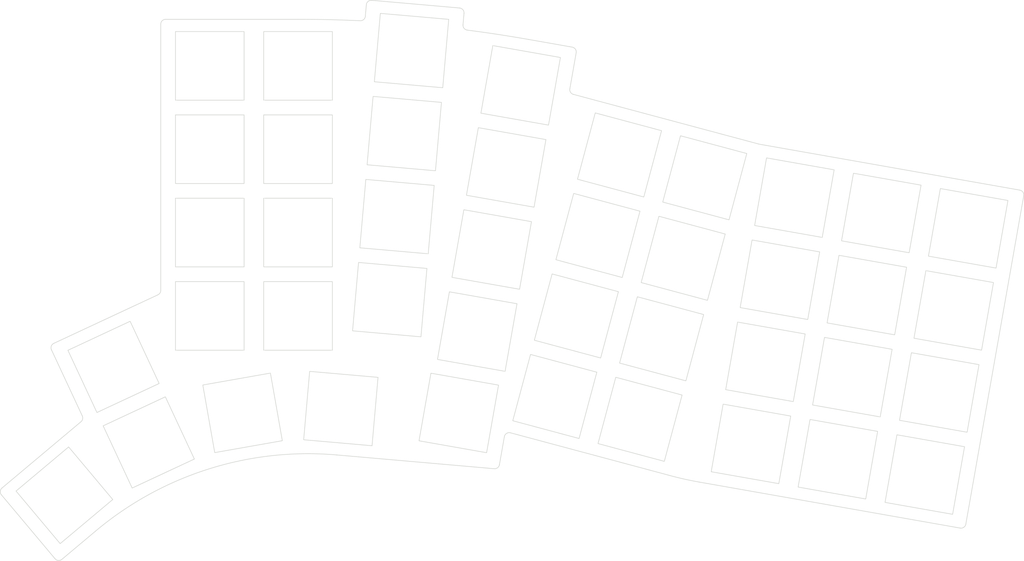
<source format=kicad_pcb>
(kicad_pcb (version 20221018) (generator pcbnew)
  (layers (0 "F.Cu" signal) (31 "B.Cu" signal) (34 "B.Paste" user) (35 "F.Paste" user) (36 "B.SilkS" user "B.Silkscreen") (37 "F.SilkS" user "F.Silkscreen") (38 "B.Mask" user) (39 "F.Mask" user) (44 "Edge.Cuts" user))
  (net 0 "")
  (footprint "keyboard:KeyHole" (layer "F.Cu") (at 154.552801 93.512815 -15)
    (fp_text reference "REF**" hide)
    (fp_text value "KeyHole" hide)
    (fp_rect (start -7 -7) (end 7 7) (stroke (width 0.12)) (fill none) (layer "Edge.Cuts"))
  )
  (footprint "keyboard:KeyHole" (layer "F.Cu") (at 119.449871 56.311832 -5)
    (fp_text reference "REF**" hide)
    (fp_text value "KeyHole" hide)
    (fp_rect (start -7 -7) (end 7 7) (stroke (width 0.12)) (fill none) (layer "Edge.Cuts"))
  )
  (footprint "keyboard:KeyHole" (layer "F.Cu") (at 97.78 42.5)
    (fp_text reference "REF**" hide)
    (fp_text value "KeyHole" hide)
    (fp_rect (start -7 -7) (end 7 7) (stroke (width 0.12)) (fill none) (layer "Edge.Cuts"))
  )
  (footprint "keyboard:KeyHole" (layer "F.Cu") (at 228.568909 109.117579 -10)
    (fp_text reference "REF**" hide)
    (fp_text value "KeyHole" hide)
    (fp_rect (start -7 -7) (end 7 7) (stroke (width 0.12)) (fill none) (layer "Edge.Cuts"))
  )
  (footprint "keyboard:KeyHole" (layer "F.Cu") (at 120.931519 39.376522 -5)
    (fp_text reference "REF**" hide)
    (fp_text value "KeyHole" hide)
    (fp_rect (start -7 -7) (end 7 7) (stroke (width 0.12)) (fill none) (layer "Edge.Cuts"))
  )
  (footprint "keyboard:KeyHole" (layer "F.Cu") (at 60.145785 103.89932 25)
    (fp_text reference "REF**" hide)
    (fp_text value "KeyHole" hide)
    (fp_rect (start -7 -7) (end 7 7) (stroke (width 0.12)) (fill none) (layer "Edge.Cuts"))
  )
  (footprint "keyboard:KeyHole" (layer "F.Cu") (at 193.11583 102.866244 -10)
    (fp_text reference "REF**" hide)
    (fp_text value "KeyHole" hide)
    (fp_rect (start -7 -7) (end 7 7) (stroke (width 0.12)) (fill none) (layer "Edge.Cuts"))
  )
  (footprint "keyboard:KeyHole" (layer "F.Cu") (at 134.332871 96.697962 -10)
    (fp_text reference "REF**" hide)
    (fp_text value "KeyHole" hide)
    (fp_rect (start -7 -7) (end 7 7) (stroke (width 0.12)) (fill none) (layer "Edge.Cuts"))
  )
  (footprint "keyboard:KeyHole" (layer "F.Cu") (at 137.28489 79.95623 -10)
    (fp_text reference "REF**" hide)
    (fp_text value "KeyHole" hide)
    (fp_rect (start -7 -7) (end 7 7) (stroke (width 0.12)) (fill none) (layer "Edge.Cuts"))
  )
  (footprint "keyboard:KeyHole" (layer "F.Cu") (at 106.512436 112.397684 -5)
    (fp_text reference "REF**" hide)
    (fp_text value "KeyHole" hide)
    (fp_rect (start -7 -7) (end 7 7) (stroke (width 0.12)) (fill none) (layer "Edge.Cuts"))
  )
  (footprint "keyboard:KeyHole" (layer "F.Cu") (at 79.78 42.5)
    (fp_text reference "REF**" hide)
    (fp_text value "KeyHole" hide)
    (fp_rect (start -7 -7) (end 7 7) (stroke (width 0.12)) (fill none) (layer "Edge.Cuts"))
  )
  (footprint "keyboard:KeyHole" (layer "F.Cu") (at 216.746408 72.508448 -10)
    (fp_text reference "REF**" hide)
    (fp_text value "KeyHole" hide)
    (fp_rect (start -7 -7) (end 7 7) (stroke (width 0.12)) (fill none) (layer "Edge.Cuts"))
  )
  (footprint "keyboard:KeyHole" (layer "F.Cu") (at 176.33939 81.750818 -15)
    (fp_text reference "REF**" hide)
    (fp_text value "KeyHole" hide)
    (fp_rect (start -7 -7) (end 7 7) (stroke (width 0.12)) (fill none) (layer "Edge.Cuts"))
  )
  (footprint "keyboard:KeyHole" (layer "F.Cu") (at 213.794389 89.25018 -10)
    (fp_text reference "REF**" hide)
    (fp_text value "KeyHole" hide)
    (fp_rect (start -7 -7) (end 7 7) (stroke (width 0.12)) (fill none) (layer "Edge.Cuts"))
  )
  (footprint "keyboard:KeyHole" (layer "F.Cu") (at 171.939466 98.171557 -15)
    (fp_text reference "REF**" hide)
    (fp_text value "KeyHole" hide)
    (fp_rect (start -7 -7) (end 7 7) (stroke (width 0.12)) (fill none) (layer "Edge.Cuts"))
  )
  (footprint "keyboard:KeyHole" (layer "F.Cu") (at 130.564865 113.295813 -10)
    (fp_text reference "REF**" hide)
    (fp_text value "KeyHole" hide)
    (fp_rect (start -7 -7) (end 7 7) (stroke (width 0.12)) (fill none) (layer "Edge.Cuts"))
  )
  (footprint "keyboard:KeyHole" (layer "F.Cu") (at 234.472947 75.634115 -10)
    (fp_text reference "REF**" hide)
    (fp_text value "KeyHole" hide)
    (fp_rect (start -7 -7) (end 7 7) (stroke (width 0.12)) (fill none) (layer "Edge.Cuts"))
  )
  (footprint "keyboard:KeyHole" (layer "F.Cu") (at 116.486576 90.182451 -5)
    (fp_text reference "REF**" hide)
    (fp_text value "KeyHole" hide)
    (fp_rect (start -7 -7) (end 7 7) (stroke (width 0.12)) (fill none) (layer "Edge.Cuts"))
  )
  (footprint "keyboard:KeyHole" (layer "F.Cu") (at 140.236909 63.214498 -10)
    (fp_text reference "REF**" hide)
    (fp_text value "KeyHole" hide)
    (fp_rect (start -7 -7) (end 7 7) (stroke (width 0.12)) (fill none) (layer "Edge.Cuts"))
  )
  (footprint "keyboard:KeyHole" (layer "F.Cu") (at 231.520928 92.375847 -10)
    (fp_text reference "REF**" hide)
    (fp_text value "KeyHole" hide)
    (fp_rect (start -7 -7) (end 7 7) (stroke (width 0.12)) (fill none) (layer "Edge.Cuts"))
  )
  (footprint "keyboard:KeyHole" (layer "F.Cu") (at 150.152878 109.933554 -15)
    (fp_text reference "REF**" hide)
    (fp_text value "KeyHole" hide)
    (fp_rect (start -7 -7) (end 7 7) (stroke (width 0.12)) (fill none) (layer "Edge.Cuts"))
  )
  (footprint "keyboard:KeyHole" (layer "F.Cu") (at 79.78 93.5)
    (fp_text reference "REF**" hide)
    (fp_text value "KeyHole" hide)
    (fp_rect (start -7 -7) (end 7 7) (stroke (width 0.12)) (fill none) (layer "Edge.Cuts"))
  )
  (footprint "keyboard:KeyHole" (layer "F.Cu") (at 117.968224 73.247142 -5)
    (fp_text reference "REF**" hide)
    (fp_text value "KeyHole" hide)
    (fp_rect (start -7 -7) (end 7 7) (stroke (width 0.12)) (fill none) (layer "Edge.Cuts"))
  )
  (footprint "keyboard:KeyHole" (layer "F.Cu") (at 199.019868 69.382781 -10)
    (fp_text reference "REF**" hide)
    (fp_text value "KeyHole" hide)
    (fp_rect (start -7 -7) (end 7 7) (stroke (width 0.12)) (fill none) (layer "Edge.Cuts"))
  )
  (footprint "keyboard:KeyHole" (layer "F.Cu") (at 97.78 59.5)
    (fp_text reference "REF**" hide)
    (fp_text value "KeyHole" hide)
    (fp_rect (start -7 -7) (end 7 7) (stroke (width 0.12)) (fill none) (layer "Edge.Cuts"))
  )
  (footprint "keyboard:KeyHole" (layer "F.Cu") (at 190.163811 119.607976 -10)
    (fp_text reference "REF**" hide)
    (fp_text value "KeyHole" hide)
    (fp_rect (start -7 -7) (end 7 7) (stroke (width 0.12)) (fill none) (layer "Edge.Cuts"))
  )
  (footprint "keyboard:KeyHole" (layer "F.Cu") (at 158.952725 77.092076 -15)
    (fp_text reference "REF**" hide)
    (fp_text value "KeyHole" hide)
    (fp_rect (start -7 -7) (end 7 7) (stroke (width 0.12)) (fill none) (layer "Edge.Cuts"))
  )
  (footprint "keyboard:KeyHole" (layer "F.Cu") (at 207.890351 122.733643 -10)
    (fp_text reference "REF**" hide)
    (fp_text value "KeyHole" hide)
    (fp_rect (start -7 -7) (end 7 7) (stroke (width 0.12)) (fill none) (layer "Edge.Cuts"))
  )
  (footprint "keyboard:KeyHole" (layer "F.Cu") (at 210.84237 105.991911 -10)
    (fp_text reference "REF**" hide)
    (fp_text value "KeyHole" hide)
    (fp_rect (start -7 -7) (end 7 7) (stroke (width 0.12)) (fill none) (layer "Edge.Cuts"))
  )
  (footprint "keyboard:KeyHole" (layer "F.Cu") (at 67.330295 119.306552 25)
    (fp_text reference "REF**" hide)
    (fp_text value "KeyHole" hide)
    (fp_rect (start -7 -7) (end 7 7) (stroke (width 0.12)) (fill none) (layer "Edge.Cuts"))
  )
  (footprint "keyboard:KeyHole" (layer "F.Cu") (at 225.61689 125.85931 -10)
    (fp_text reference "REF**" hide)
    (fp_text value "KeyHole" hide)
    (fp_rect (start -7 -7) (end 7 7) (stroke (width 0.12)) (fill none) (layer "Edge.Cuts"))
  )
  (footprint "keyboard:KeyHole" (layer "F.Cu") (at 167.539542 114.592296 -15)
    (fp_text reference "REF**" hide)
    (fp_text value "KeyHole" hide)
    (fp_rect (start -7 -7) (end 7 7) (stroke (width 0.12)) (fill none) (layer "Edge.Cuts"))
  )
  (footprint "keyboard:KeyHole" (layer "F.Cu") (at 86.466581 113.272904 10)
    (fp_text reference "REF**" hide)
    (fp_text value "KeyHole" hide)
    (fp_rect (start -7 -7) (end 7 7) (stroke (width 0.12)) (fill none) (layer "Edge.Cuts"))
  )
  (footprint "keyboard:KeyHole" (layer "F.Cu") (at 163.352649 60.671336 -15)
    (fp_text reference "REF**" hide)
    (fp_text value "KeyHole" hide)
    (fp_rect (start -7 -7) (end 7 7) (stroke (width 0.12)) (fill none) (layer "Edge.Cuts"))
  )
  (footprint "keyboard:KeyHole" (layer "F.Cu") (at 143.188928 46.472766 -10)
    (fp_text reference "REF**" hide)
    (fp_text value "KeyHole" hide)
    (fp_rect (start -7 -7) (end 7 7) (stroke (width 0.12)) (fill none) (layer "Edge.Cuts"))
  )
  (footprint "keyboard:KeyHole" (layer "F.Cu") (at 97.78 76.5)
    (fp_text reference "REF**" hide)
    (fp_text value "KeyHole" hide)
    (fp_rect (start -7 -7) (end 7 7) (stroke (width 0.12)) (fill none) (layer "Edge.Cuts"))
  )
  (footprint "keyboard:KeyHole" (layer "F.Cu") (at 97.78 93.5)
    (fp_text reference "REF**" hide)
    (fp_text value "KeyHole" hide)
    (fp_rect (start -7 -7) (end 7 7) (stroke (width 0.12)) (fill none) (layer "Edge.Cuts"))
  )
  (footprint "keyboard:KeyHole" (layer "F.Cu") (at 50.124844 130.087443 40)
    (fp_text reference "REF**" hide)
    (fp_text value "KeyHole" hide)
    (fp_rect (start -7 -7) (end 7 7) (stroke (width 0.12)) (fill none) (layer "Edge.Cuts"))
  )
  (footprint "keyboard:KeyHole" (layer "F.Cu") (at 196.067849 86.124512 -10)
    (fp_text reference "REF**" hide)
    (fp_text value "KeyHole" hide)
    (fp_rect (start -7 -7) (end 7 7) (stroke (width 0.12)) (fill none) (layer "Edge.Cuts"))
  )
  (footprint "keyboard:KeyHole" (layer "F.Cu") (at 79.78 59.5)
    (fp_text reference "REF**" hide)
    (fp_text value "KeyHole" hide)
    (fp_rect (start -7 -7) (end 7 7) (stroke (width 0.12)) (fill none) (layer "Edge.Cuts"))
  )
  (footprint "keyboard:KeyHole" (layer "F.Cu") (at 180.739314 65.330079 -15)
    (fp_text reference "REF**" hide)
    (fp_text value "KeyHole" hide)
    (fp_rect (start -7 -7) (end 7 7) (stroke (width 0.12)) (fill none) (layer "Edge.Cuts"))
  )
  (footprint "keyboard:KeyHole" (layer "F.Cu") (at 79.78 76.5)
    (fp_text reference "REF**" hide)
    (fp_text value "KeyHole" hide)
    (fp_rect (start -7 -7) (end 7 7) (stroke (width 0.12)) (fill none) (layer "Edge.Cuts"))
  )
  (gr_line (start 47.490452 100.421886) (end 53.772947 113.894741) (stroke (width 0.12)) (layer "Edge.Cuts"))
  (gr_line (start 144.838586 37.117093) (end 153.701856 38.679926) (stroke (width 0.12)) (layer "Edge.Cuts"))
  (gr_line (start 179.650884 127.400816) (end 232.830502 136.777818) (stroke (width 0.12)) (layer "Edge.Cuts"))
  (gr_arc (start 244.985875 67.841276) (mid 245.631378 68.252507) (end 245.797034 68.999731) (stroke (width 0.12)) (layer "Edge.Cuts"))
  (gr_arc (start 111.710396 30.037309) (mid 112.063803 29.35842) (end 112.793746 29.12827) (stroke (width 0.12)) (layer "Edge.Cuts"))
  (gr_arc (start 191.892252 58.479437) (mid 191.849455 58.470924) (end 191.80707 58.460552) (stroke (width 0.12)) (layer "Edge.Cuts"))
  (gr_line (start 70.78 33) (end 97.78 33) (stroke (width 0.12)) (layer "Edge.Cuts"))
  (gr_arc (start 132.2977 35.20728) (mid 131.646186 34.842587) (end 131.42888 34.128269) (stroke (width 0.12)) (layer "Edge.Cuts"))
  (gr_arc (start 153.945198 48.315494) (mid 153.360626 47.886868) (end 153.219209 47.17592) (stroke (width 0.12)) (layer "Edge.Cuts"))
  (gr_arc (start 153.701856 38.679926) (mid 154.34736 39.091158) (end 154.513015 39.838382) (stroke (width 0.12)) (layer "Edge.Cuts"))
  (gr_arc (start 53.772946 113.894741) (mid 53.842935 114.533799) (end 53.509427 115.083404) (stroke (width 0.12)) (layer "Edge.Cuts"))
  (gr_line (start 53.509427 115.083404) (end 37.406804 128.59511) (stroke (width 0.12)) (layer "Edge.Cuts"))
  (gr_line (start 131.42888 34.128269) (end 131.63429 31.780424) (stroke (width 0.12)) (layer "Edge.Cuts"))
  (gr_line (start 191.80707 58.460552) (end 153.945198 48.315494) (stroke (width 0.12)) (layer "Edge.Cuts"))
  (gr_line (start 139.865383 118.137658) (end 138.858573 123.847561) (stroke (width 0.12)) (layer "Edge.Cuts"))
  (gr_arc (start 69.78 88.287651) (mid 69.623391 88.824951) (end 69.202618 89.193959) (stroke (width 0.12)) (layer "Edge.Cuts"))
  (gr_arc (start 233.988959 135.966658) (mid 233.577727 136.612162) (end 232.830502 136.777818) (stroke (width 0.12)) (layer "Edge.Cuts"))
  (gr_arc (start 97.78 33) (mid 104.122734 33.074236) (end 110.461994 33.296903) (stroke (width 0.12)) (layer "Edge.Cuts"))
  (gr_line (start 69.202618 89.193959) (end 47.974141 99.09296) (stroke (width 0.12)) (layer "Edge.Cuts"))
  (gr_arc (start 138.858573 123.847561) (mid 138.482527 124.467266) (end 137.78661 124.670107) (stroke (width 0.12)) (layer "Edge.Cuts"))
  (gr_line (start 173.774094 126.097963) (end 141.10901 117.34538) (stroke (width 0.12)) (layer "Edge.Cuts"))
  (gr_arc (start 130.725251 30.697074) (mid 131.40414 31.050481) (end 131.63429 31.780424) (stroke (width 0.12)) (layer "Edge.Cuts"))
  (gr_line (start 137.78661 124.670108) (end 105.684457 121.861533) (stroke (width 0.12)) (layer "Edge.Cuts"))
  (gr_line (start 111.710396 30.037309) (end 111.504986 32.385154) (stroke (width 0.12)) (layer "Edge.Cuts"))
  (gr_arc (start 111.504986 32.385154) (mid 111.16694 33.050886) (end 110.461994 33.296902) (stroke (width 0.12)) (layer "Edge.Cuts"))
  (gr_arc (start 47.490452 100.421886) (mid 47.457067 99.657248) (end 47.974141 99.09296) (stroke (width 0.12)) (layer "Edge.Cuts"))
  (gr_line (start 69.78 88.287651) (end 69.78 34) (stroke (width 0.12)) (layer "Edge.Cuts"))
  (gr_line (start 49.619768 143.149954) (end 56.514168 137.364866) (stroke (width 0.12)) (layer "Edge.Cuts"))
  (gr_line (start 191.892252 58.479437) (end 244.985875 67.841276) (stroke (width 0.12)) (layer "Edge.Cuts"))
  (gr_arc (start 69.78 34) (mid 70.072893 33.292893) (end 70.78 33) (stroke (width 0.12)) (layer "Edge.Cuts"))
  (gr_arc (start 132.2977 35.20728) (mid 138.579319 36.088797) (end 144.838586 37.117094) (stroke (width 0.12)) (layer "Edge.Cuts"))
  (gr_line (start 48.210936 143.026697) (end 37.283547 130.003942) (stroke (width 0.12)) (layer "Edge.Cuts"))
  (gr_arc (start 179.650884 127.400815) (mid 176.698275 126.813504) (end 173.774094 126.097962) (stroke (width 0.12)) (layer "Edge.Cuts"))
  (gr_line (start 154.513015 39.838382) (end 153.219209 47.17592) (stroke (width 0.12)) (layer "Edge.Cuts"))
  (gr_arc (start 139.865383 118.137658) (mid 140.312891 117.467914) (end 141.10901 117.34538) (stroke (width 0.12)) (layer "Edge.Cuts"))
  (gr_arc (start 49.619768 143.149954) (mid 48.889825 143.380104) (end 48.210937 143.026696) (stroke (width 0.12)) (layer "Edge.Cuts"))
  (gr_line (start 130.725251 30.697074) (end 112.793746 29.12827) (stroke (width 0.12)) (layer "Edge.Cuts"))
  (gr_line (start 233.988959 135.966658) (end 245.797034 68.999731) (stroke (width 0.12)) (layer "Edge.Cuts"))
  (gr_arc (start 56.514168 137.364866) (mid 79.55741 124.72291) (end 105.684457 121.861534) (stroke (width 0.12)) (layer "Edge.Cuts"))
  (gr_arc (start 37.283548 130.003941) (mid 37.053398 129.273999) (end 37.406804 128.59511) (stroke (width 0.12)) (layer "Edge.Cuts"))
)
</source>
